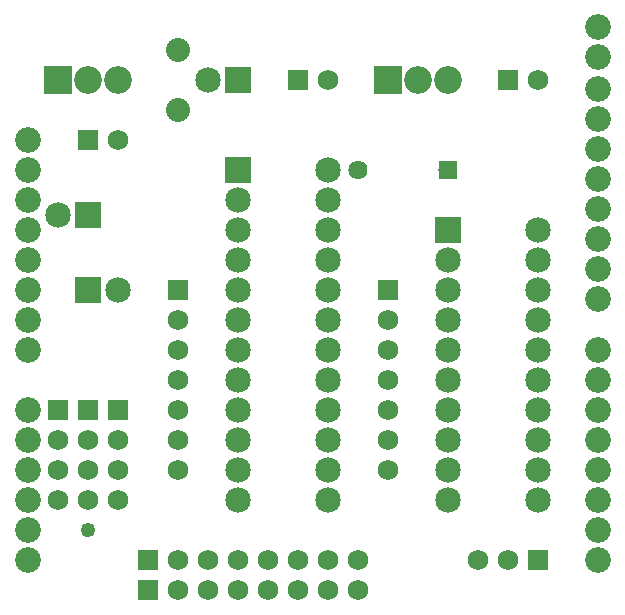
<source format=gbs>
G04 MADE WITH FRITZING*
G04 WWW.FRITZING.ORG*
G04 DOUBLE SIDED*
G04 HOLES PLATED*
G04 CONTOUR ON CENTER OF CONTOUR VECTOR*
%ASAXBY*%
%FSLAX23Y23*%
%MOIN*%
%OFA0B0*%
%SFA1.0B1.0*%
%ADD10C,0.085833*%
%ADD11C,0.085000*%
%ADD12C,0.069000*%
%ADD13C,0.064000*%
%ADD14C,0.080000*%
%ADD15C,0.092000*%
%ADD16C,0.049370*%
%ADD17R,0.085000X0.085000*%
%ADD18R,0.069000X0.069000*%
%ADD19R,0.064000X0.064000*%
%ADD20R,0.092000X0.092000*%
%LNMASK0*%
G90*
G70*
G54D10*
X2002Y1964D03*
X2002Y1864D03*
X2002Y1757D03*
X2002Y1657D03*
X2002Y1557D03*
X2002Y1457D03*
X2002Y1357D03*
X2002Y1257D03*
X2002Y1157D03*
X2002Y1057D03*
X2002Y887D03*
X2002Y787D03*
X2002Y687D03*
X2002Y587D03*
X2002Y487D03*
X2002Y387D03*
X2002Y287D03*
X2002Y187D03*
X102Y1587D03*
X102Y1487D03*
X102Y1387D03*
X102Y1287D03*
X102Y1187D03*
X102Y1087D03*
X102Y987D03*
X102Y887D03*
X102Y687D03*
X102Y587D03*
X102Y487D03*
X102Y387D03*
X102Y287D03*
X102Y187D03*
G54D11*
X1502Y1287D03*
X1802Y1287D03*
X1502Y1187D03*
X1802Y1187D03*
X1502Y1087D03*
X1802Y1087D03*
X1502Y987D03*
X1802Y987D03*
X1502Y887D03*
X1802Y887D03*
X1502Y787D03*
X1802Y787D03*
X1502Y687D03*
X1802Y687D03*
X1502Y587D03*
X1802Y587D03*
X1502Y487D03*
X1802Y487D03*
X1502Y387D03*
X1802Y387D03*
G54D12*
X1802Y187D03*
X1702Y187D03*
X1602Y187D03*
X502Y87D03*
X602Y87D03*
X702Y87D03*
X802Y87D03*
X902Y87D03*
X1002Y87D03*
X1102Y87D03*
X1202Y87D03*
X502Y187D03*
X602Y187D03*
X702Y187D03*
X802Y187D03*
X902Y187D03*
X1002Y187D03*
X1102Y187D03*
X1202Y187D03*
G54D11*
X802Y1487D03*
X1102Y1487D03*
X802Y1387D03*
X1102Y1387D03*
X802Y1287D03*
X1102Y1287D03*
X802Y1187D03*
X1102Y1187D03*
X802Y1087D03*
X1102Y1087D03*
X802Y987D03*
X1102Y987D03*
X802Y887D03*
X1102Y887D03*
X802Y787D03*
X1102Y787D03*
X802Y687D03*
X1102Y687D03*
X802Y587D03*
X1102Y587D03*
X802Y487D03*
X1102Y487D03*
X802Y387D03*
X1102Y387D03*
G54D12*
X1302Y1087D03*
X1302Y987D03*
X1302Y887D03*
X1302Y787D03*
X1302Y687D03*
X1302Y587D03*
X1302Y487D03*
X602Y1087D03*
X602Y987D03*
X602Y887D03*
X602Y787D03*
X602Y687D03*
X602Y587D03*
X602Y487D03*
G54D13*
X1502Y1487D03*
X1202Y1487D03*
G54D14*
X602Y1887D03*
X602Y1687D03*
G54D11*
X302Y1087D03*
X402Y1087D03*
X302Y1337D03*
X202Y1337D03*
X802Y1787D03*
X702Y1787D03*
G54D12*
X302Y1587D03*
X402Y1587D03*
X1002Y1787D03*
X1102Y1787D03*
X1702Y1787D03*
X1802Y1787D03*
G54D15*
X1302Y1787D03*
X1402Y1787D03*
X1502Y1787D03*
X202Y1787D03*
X302Y1787D03*
X402Y1787D03*
G54D12*
X402Y687D03*
X402Y587D03*
X402Y487D03*
X402Y387D03*
X302Y687D03*
X302Y587D03*
X302Y487D03*
X302Y387D03*
X202Y687D03*
X202Y587D03*
X202Y487D03*
X202Y387D03*
G54D16*
X303Y287D03*
X303Y1087D03*
G54D17*
X1502Y1287D03*
G54D18*
X1802Y187D03*
X502Y87D03*
X502Y187D03*
G54D17*
X802Y1487D03*
G54D18*
X1302Y1087D03*
X602Y1087D03*
G54D19*
X1502Y1487D03*
G54D17*
X302Y1087D03*
X302Y1337D03*
X802Y1787D03*
G54D18*
X302Y1587D03*
X1002Y1787D03*
X1702Y1787D03*
G54D20*
X1302Y1787D03*
X202Y1787D03*
G54D18*
X402Y687D03*
X302Y687D03*
X202Y687D03*
G04 End of Mask0*
M02*
</source>
